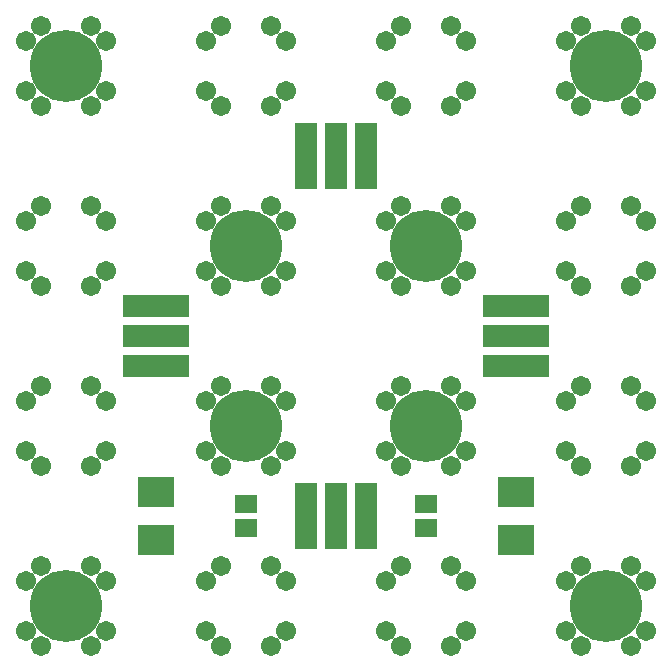
<source format=gbs>
G04 #@! TF.FileFunction,Soldermask,Bot*
%FSLAX46Y46*%
G04 Gerber Fmt 4.6, Leading zero omitted, Abs format (unit mm)*
G04 Created by KiCad (PCBNEW 4.0.2-4+6225~38~ubuntu15.04.1-stable) date Fri Mar 18 16:27:35 2016*
%MOMM*%
G01*
G04 APERTURE LIST*
%ADD10C,0.254000*%
%ADD11R,1.930400X1.574800*%
%ADD12C,1.708000*%
%ADD13C,6.108000*%
%ADD14R,5.588000X1.905000*%
%ADD15C,1.905000*%
%ADD16R,1.905000X5.588000*%
%ADD17R,3.008000X2.508000*%
G04 APERTURE END LIST*
D10*
D11*
X38100000Y16256000D03*
X38100000Y14224000D03*
X22860000Y16256000D03*
X22860000Y14224000D03*
D12*
X55452944Y11005736D03*
X56725736Y9732944D03*
X40212944Y41485736D03*
X41485736Y40212944D03*
X56725736Y5507056D03*
X55452944Y4234264D03*
X51227056Y4234264D03*
X49954264Y5507056D03*
X41485736Y5507056D03*
X40212944Y4234264D03*
X35987056Y4234264D03*
X34714264Y5507056D03*
X26245736Y5507056D03*
X24972944Y4234264D03*
X20747056Y4234264D03*
X19474264Y5507056D03*
X11005736Y5507056D03*
X9732944Y4234264D03*
X5507056Y4234264D03*
X4234264Y5507056D03*
X4234264Y24972944D03*
X5507056Y26245736D03*
X4234264Y9732944D03*
X5507056Y11005736D03*
X5507056Y19474264D03*
X4234264Y20747056D03*
X5507056Y49954264D03*
X4234264Y51227056D03*
X4234264Y55452944D03*
X5507056Y56725736D03*
X9732944Y56725736D03*
X11005736Y55452944D03*
X11005736Y51227056D03*
X9732944Y49954264D03*
X9732944Y26245736D03*
X11005736Y24972944D03*
X11005736Y20747056D03*
X9732944Y19474264D03*
X9732944Y11005736D03*
X11005736Y9732944D03*
X19474264Y9732944D03*
X20747056Y11005736D03*
X19474264Y24972944D03*
X20747056Y26245736D03*
X20747056Y34714264D03*
X19474264Y35987056D03*
X19474264Y40212944D03*
X20747056Y41485736D03*
X19474264Y55452944D03*
X20747056Y56725736D03*
X24972944Y56725736D03*
X26245736Y55452944D03*
X26245736Y51227056D03*
X24972944Y49954264D03*
X24972944Y41485736D03*
X26245736Y40212944D03*
X26245736Y35987056D03*
X24972944Y34714264D03*
X24972944Y26245736D03*
X26245736Y24972944D03*
X26245736Y20747056D03*
X24972944Y19474264D03*
X24972944Y11005736D03*
X26245736Y9732944D03*
X34714264Y9732944D03*
X35987056Y11005736D03*
X35987056Y19474264D03*
X34714264Y20747056D03*
X34714264Y24972944D03*
X35987056Y26245736D03*
X35987056Y34714264D03*
X34714264Y35987056D03*
X35987056Y49954264D03*
X34714264Y51227056D03*
X34714264Y55452944D03*
X35987056Y56725736D03*
X40212944Y56725736D03*
X41485736Y55452944D03*
X41485736Y51227056D03*
X40212944Y49954264D03*
X41485736Y35987056D03*
X40212944Y34714264D03*
X40212944Y26245736D03*
X41485736Y24972944D03*
X41485736Y20747056D03*
X40212944Y19474264D03*
X40212944Y11005736D03*
X41485736Y9732944D03*
X49954264Y9732944D03*
X51227056Y11005736D03*
X51227056Y19474264D03*
X49954264Y20747056D03*
X49954264Y24972944D03*
X51227056Y26245736D03*
X51227056Y49954264D03*
X49954264Y51227056D03*
X49954264Y55452944D03*
X51227056Y56725736D03*
X55452944Y56725736D03*
X56725736Y55452944D03*
X56725736Y51227056D03*
X55452944Y49954264D03*
X55452944Y26245736D03*
X56725736Y24972944D03*
X56725736Y20747056D03*
X55452944Y19474264D03*
X5507056Y34714264D03*
X4234264Y35987056D03*
X4234264Y40212944D03*
X5507056Y41485736D03*
X9732944Y41485736D03*
X11005736Y40212944D03*
X11005736Y35987056D03*
X9732944Y34714264D03*
X20747056Y19474264D03*
X19474264Y20747056D03*
X34714264Y40212944D03*
X35987056Y41485736D03*
X51227056Y34714264D03*
X49954264Y35987056D03*
X49954264Y40212944D03*
X51227056Y41485736D03*
X55452944Y41485736D03*
X56725736Y40212944D03*
X56725736Y35987056D03*
X55452944Y34714264D03*
X20747056Y49954264D03*
X19474264Y51227056D03*
D13*
X53340000Y7620000D03*
X53340000Y53340000D03*
X38100000Y22860000D03*
X22860000Y22860000D03*
X7620000Y53340000D03*
X7620000Y7620000D03*
X22860000Y38100000D03*
X38100000Y38100000D03*
D14*
X45720000Y33020000D03*
X45720000Y30480000D03*
X45720000Y27940000D03*
D15*
X45720000Y33020000D03*
X45720000Y30480000D03*
X45720000Y27940000D03*
D16*
X33020000Y15240000D03*
X30480000Y15240000D03*
X27940000Y15240000D03*
D15*
X33020000Y15240000D03*
X30480000Y15240000D03*
X27940000Y15240000D03*
D16*
X27940000Y45720000D03*
X30480000Y45720000D03*
X33020000Y45720000D03*
D15*
X27940000Y45720000D03*
X30480000Y45720000D03*
X33020000Y45720000D03*
D14*
X15240000Y27940000D03*
X15240000Y30480000D03*
X15240000Y33020000D03*
D15*
X15240000Y27940000D03*
X15240000Y30480000D03*
X15240000Y33020000D03*
D17*
X15240000Y13240000D03*
X15240000Y17240000D03*
X45720000Y13240000D03*
X45720000Y17240000D03*
M02*

</source>
